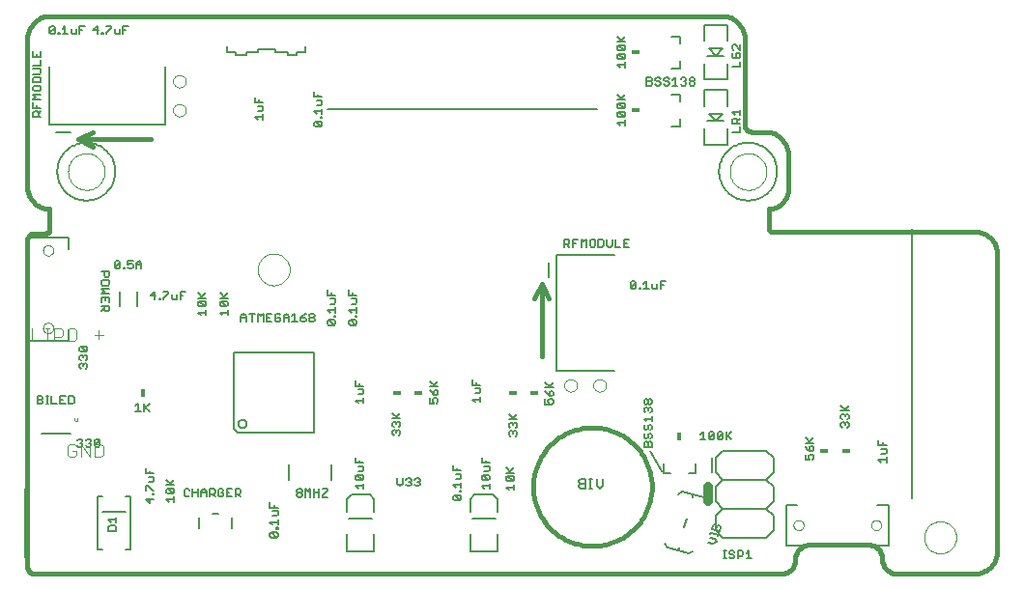
<source format=gto>
G75*
%MOIN*%
%OFA0B0*%
%FSLAX24Y24*%
%IPPOS*%
%LPD*%
%AMOC8*
5,1,8,0,0,1.08239X$1,22.5*
%
%ADD10C,0.0160*%
%ADD11C,0.0080*%
%ADD12C,0.0000*%
%ADD13C,0.0050*%
%ADD14C,0.0020*%
%ADD15C,0.0040*%
%ADD16C,0.0320*%
%ADD17R,0.0300X0.0180*%
%ADD18R,0.0180X0.0300*%
%ADD19C,0.0060*%
D10*
X007340Y002680D02*
X007340Y013930D01*
X007342Y013960D01*
X007347Y013990D01*
X007356Y014019D01*
X007369Y014046D01*
X007384Y014072D01*
X007403Y014096D01*
X007424Y014117D01*
X007448Y014136D01*
X007474Y014151D01*
X007501Y014164D01*
X007530Y014173D01*
X007560Y014178D01*
X007590Y014180D01*
X007990Y014180D01*
X008007Y014182D01*
X008024Y014186D01*
X008040Y014193D01*
X008054Y014203D01*
X008067Y014216D01*
X008077Y014230D01*
X008084Y014246D01*
X008088Y014263D01*
X008090Y014280D01*
X008090Y015028D01*
X008036Y015030D01*
X007983Y015036D01*
X007931Y015045D01*
X007879Y015058D01*
X007828Y015075D01*
X007778Y015096D01*
X007731Y015120D01*
X007685Y015147D01*
X007641Y015178D01*
X007599Y015211D01*
X007560Y015248D01*
X007523Y015287D01*
X007490Y015329D01*
X007459Y015373D01*
X007432Y015419D01*
X007408Y015466D01*
X007387Y015516D01*
X007370Y015567D01*
X007357Y015619D01*
X007348Y015671D01*
X007342Y015724D01*
X007340Y015778D01*
X007340Y020893D01*
X007342Y020947D01*
X007347Y021000D01*
X007356Y021053D01*
X007369Y021105D01*
X007385Y021157D01*
X007405Y021207D01*
X007428Y021255D01*
X007455Y021302D01*
X007484Y021347D01*
X007517Y021390D01*
X007552Y021430D01*
X007590Y021468D01*
X007630Y021503D01*
X007673Y021536D01*
X007718Y021565D01*
X007765Y021592D01*
X007813Y021615D01*
X007863Y021635D01*
X007915Y021651D01*
X007967Y021664D01*
X008020Y021673D01*
X008073Y021678D01*
X008127Y021680D01*
X031302Y021680D01*
X031356Y021678D01*
X031409Y021673D01*
X031462Y021664D01*
X031514Y021651D01*
X031566Y021635D01*
X031616Y021615D01*
X031664Y021592D01*
X031711Y021565D01*
X031756Y021536D01*
X031799Y021503D01*
X031839Y021468D01*
X031877Y021430D01*
X031912Y021390D01*
X031945Y021347D01*
X031974Y021302D01*
X032001Y021255D01*
X032024Y021207D01*
X032044Y021157D01*
X032060Y021105D01*
X032073Y021053D01*
X032082Y021000D01*
X032087Y020947D01*
X032089Y020893D01*
X032090Y020893D02*
X032090Y017930D01*
X032092Y017900D01*
X032097Y017870D01*
X032106Y017841D01*
X032119Y017814D01*
X032134Y017788D01*
X032153Y017764D01*
X032174Y017743D01*
X032198Y017724D01*
X032224Y017709D01*
X032251Y017696D01*
X032280Y017687D01*
X032310Y017682D01*
X032340Y017680D01*
X032802Y017680D01*
X032856Y017678D01*
X032909Y017673D01*
X032962Y017664D01*
X033014Y017651D01*
X033066Y017635D01*
X033116Y017615D01*
X033164Y017592D01*
X033211Y017565D01*
X033256Y017536D01*
X033299Y017503D01*
X033339Y017468D01*
X033377Y017430D01*
X033412Y017390D01*
X033445Y017347D01*
X033474Y017302D01*
X033501Y017255D01*
X033524Y017207D01*
X033544Y017157D01*
X033560Y017105D01*
X033573Y017053D01*
X033582Y017000D01*
X033587Y016947D01*
X033589Y016893D01*
X033590Y016893D02*
X033590Y015688D01*
X033589Y015688D02*
X033587Y015639D01*
X033582Y015590D01*
X033572Y015541D01*
X033560Y015494D01*
X033543Y015447D01*
X033524Y015402D01*
X033501Y015359D01*
X033474Y015317D01*
X033445Y015277D01*
X033413Y015240D01*
X033378Y015205D01*
X033341Y015173D01*
X033301Y015144D01*
X033260Y015117D01*
X033216Y015094D01*
X033171Y015075D01*
X033124Y015058D01*
X033077Y015046D01*
X033028Y015036D01*
X032979Y015031D01*
X032930Y015029D01*
X032930Y015028D02*
X032930Y014341D01*
X032932Y014324D01*
X032936Y014307D01*
X032943Y014291D01*
X032953Y014277D01*
X032966Y014264D01*
X032980Y014254D01*
X032996Y014247D01*
X033013Y014243D01*
X033030Y014241D01*
X040017Y014241D01*
X040071Y014239D01*
X040124Y014234D01*
X040177Y014225D01*
X040229Y014212D01*
X040281Y014196D01*
X040331Y014176D01*
X040379Y014153D01*
X040426Y014126D01*
X040471Y014097D01*
X040514Y014064D01*
X040554Y014029D01*
X040592Y013991D01*
X040627Y013951D01*
X040660Y013908D01*
X040689Y013863D01*
X040716Y013816D01*
X040739Y013768D01*
X040759Y013718D01*
X040775Y013666D01*
X040788Y013614D01*
X040797Y013561D01*
X040802Y013508D01*
X040804Y013454D01*
X040804Y003217D01*
X040802Y003163D01*
X040797Y003110D01*
X040788Y003057D01*
X040775Y003005D01*
X040759Y002953D01*
X040739Y002903D01*
X040716Y002855D01*
X040689Y002808D01*
X040660Y002763D01*
X040627Y002720D01*
X040592Y002680D01*
X040554Y002642D01*
X040514Y002607D01*
X040471Y002574D01*
X040426Y002545D01*
X040379Y002518D01*
X040331Y002495D01*
X040281Y002475D01*
X040229Y002459D01*
X040177Y002446D01*
X040124Y002437D01*
X040071Y002432D01*
X040017Y002430D01*
X037340Y002430D01*
X037296Y002432D01*
X037253Y002438D01*
X037211Y002447D01*
X037169Y002460D01*
X037129Y002477D01*
X037090Y002497D01*
X037053Y002520D01*
X037019Y002547D01*
X036986Y002576D01*
X036957Y002609D01*
X036930Y002643D01*
X036907Y002680D01*
X036887Y002719D01*
X036870Y002759D01*
X036857Y002801D01*
X036848Y002843D01*
X036842Y002886D01*
X036840Y002930D01*
X036838Y002974D01*
X036832Y003017D01*
X036823Y003059D01*
X036810Y003101D01*
X036793Y003141D01*
X036773Y003180D01*
X036750Y003217D01*
X036723Y003251D01*
X036694Y003284D01*
X036661Y003313D01*
X036627Y003340D01*
X036590Y003363D01*
X036551Y003383D01*
X036511Y003400D01*
X036469Y003413D01*
X036427Y003422D01*
X036384Y003428D01*
X036340Y003430D01*
X034340Y003430D01*
X034296Y003428D01*
X034253Y003422D01*
X034211Y003413D01*
X034169Y003400D01*
X034129Y003383D01*
X034090Y003363D01*
X034053Y003340D01*
X034019Y003313D01*
X033986Y003284D01*
X033957Y003251D01*
X033930Y003217D01*
X033907Y003180D01*
X033887Y003141D01*
X033870Y003101D01*
X033857Y003059D01*
X033848Y003017D01*
X033842Y002974D01*
X033840Y002930D01*
X033838Y002886D01*
X033832Y002843D01*
X033823Y002801D01*
X033810Y002759D01*
X033793Y002719D01*
X033773Y002680D01*
X033750Y002643D01*
X033723Y002609D01*
X033694Y002576D01*
X033661Y002547D01*
X033627Y002520D01*
X033590Y002497D01*
X033551Y002477D01*
X033511Y002460D01*
X033469Y002447D01*
X033427Y002438D01*
X033384Y002432D01*
X033340Y002430D01*
X007590Y002430D01*
X007560Y002432D01*
X007530Y002437D01*
X007501Y002446D01*
X007474Y002459D01*
X007448Y002474D01*
X007424Y002493D01*
X007403Y002514D01*
X007384Y002538D01*
X007369Y002564D01*
X007356Y002591D01*
X007347Y002620D01*
X007342Y002650D01*
X007340Y002680D01*
X009590Y017180D02*
X009090Y017430D01*
X009590Y017680D01*
X009090Y017430D02*
X011590Y017430D01*
X024840Y011930D02*
X025090Y012430D01*
X025340Y011930D01*
X025090Y012430D02*
X025090Y009930D01*
X024793Y005430D02*
X024795Y005520D01*
X024801Y005610D01*
X024811Y005699D01*
X024825Y005788D01*
X024842Y005876D01*
X024864Y005963D01*
X024889Y006050D01*
X024918Y006135D01*
X024951Y006219D01*
X024987Y006301D01*
X025027Y006381D01*
X025071Y006460D01*
X025118Y006537D01*
X025168Y006611D01*
X025222Y006684D01*
X025278Y006753D01*
X025338Y006821D01*
X025401Y006885D01*
X025466Y006947D01*
X025534Y007006D01*
X025604Y007062D01*
X025677Y007115D01*
X025752Y007164D01*
X025830Y007210D01*
X025909Y007253D01*
X025990Y007292D01*
X026072Y007328D01*
X026156Y007359D01*
X026242Y007388D01*
X026328Y007412D01*
X026416Y007433D01*
X026504Y007449D01*
X026593Y007462D01*
X026683Y007471D01*
X026773Y007476D01*
X026862Y007477D01*
X026952Y007474D01*
X027042Y007467D01*
X027131Y007456D01*
X027220Y007441D01*
X027308Y007423D01*
X027395Y007400D01*
X027481Y007374D01*
X027566Y007344D01*
X027649Y007310D01*
X027731Y007273D01*
X027811Y007232D01*
X027889Y007188D01*
X027966Y007140D01*
X028040Y007089D01*
X028111Y007034D01*
X028180Y006977D01*
X028247Y006917D01*
X028311Y006853D01*
X028372Y006787D01*
X028430Y006719D01*
X028485Y006648D01*
X028537Y006574D01*
X028586Y006499D01*
X028631Y006421D01*
X028673Y006341D01*
X028711Y006260D01*
X028746Y006177D01*
X028777Y006092D01*
X028804Y006007D01*
X028828Y005920D01*
X028847Y005832D01*
X028863Y005744D01*
X028875Y005654D01*
X028883Y005565D01*
X028887Y005475D01*
X028887Y005385D01*
X028883Y005295D01*
X028875Y005206D01*
X028863Y005116D01*
X028847Y005028D01*
X028828Y004940D01*
X028804Y004853D01*
X028777Y004768D01*
X028746Y004683D01*
X028711Y004600D01*
X028673Y004519D01*
X028631Y004439D01*
X028586Y004361D01*
X028537Y004286D01*
X028485Y004212D01*
X028430Y004141D01*
X028372Y004073D01*
X028311Y004007D01*
X028247Y003943D01*
X028180Y003883D01*
X028111Y003826D01*
X028040Y003771D01*
X027966Y003720D01*
X027889Y003672D01*
X027811Y003628D01*
X027731Y003587D01*
X027649Y003550D01*
X027566Y003516D01*
X027481Y003486D01*
X027395Y003460D01*
X027308Y003437D01*
X027220Y003419D01*
X027131Y003404D01*
X027042Y003393D01*
X026952Y003386D01*
X026862Y003383D01*
X026773Y003384D01*
X026683Y003389D01*
X026593Y003398D01*
X026504Y003411D01*
X026416Y003427D01*
X026328Y003448D01*
X026242Y003472D01*
X026156Y003501D01*
X026072Y003532D01*
X025990Y003568D01*
X025909Y003607D01*
X025830Y003650D01*
X025752Y003696D01*
X025677Y003745D01*
X025604Y003798D01*
X025534Y003854D01*
X025466Y003913D01*
X025401Y003975D01*
X025338Y004039D01*
X025278Y004107D01*
X025222Y004176D01*
X025168Y004249D01*
X025118Y004323D01*
X025071Y004400D01*
X025027Y004479D01*
X024987Y004559D01*
X024951Y004641D01*
X024918Y004725D01*
X024889Y004810D01*
X024864Y004897D01*
X024842Y004984D01*
X024825Y005072D01*
X024811Y005161D01*
X024801Y005250D01*
X024795Y005340D01*
X024793Y005430D01*
D11*
X023562Y005007D02*
X023562Y004574D01*
X023562Y005007D02*
X023405Y005164D01*
X022775Y005164D01*
X022617Y005007D01*
X022617Y004574D01*
X022617Y003786D02*
X022617Y003196D01*
X023562Y003196D01*
X023562Y003786D01*
X026372Y005423D02*
X026426Y005370D01*
X026586Y005370D01*
X026586Y005690D01*
X026426Y005690D01*
X026372Y005637D01*
X026372Y005584D01*
X026426Y005530D01*
X026586Y005530D01*
X026426Y005530D02*
X026372Y005477D01*
X026372Y005423D01*
X026724Y005370D02*
X026831Y005370D01*
X026778Y005370D02*
X026778Y005690D01*
X026831Y005690D02*
X026724Y005690D01*
X026986Y005690D02*
X026986Y005477D01*
X027093Y005370D01*
X027200Y005477D01*
X027200Y005690D01*
X028840Y006680D02*
X029240Y005980D01*
X029288Y005904D02*
X029288Y006219D01*
X029288Y005904D02*
X029525Y005904D01*
X030155Y005904D02*
X030391Y005904D01*
X030391Y006219D01*
X030958Y006430D02*
X030958Y005930D01*
X031090Y005930D02*
X031340Y005680D01*
X032840Y005680D01*
X033090Y005430D01*
X033090Y004930D01*
X032840Y004680D01*
X031340Y004680D01*
X031090Y004430D01*
X031090Y003930D01*
X031340Y003680D01*
X032840Y003680D01*
X033090Y003930D01*
X033090Y004430D01*
X032840Y004680D01*
X032840Y005680D02*
X033090Y005930D01*
X033090Y006430D01*
X032840Y006680D01*
X031340Y006680D01*
X031090Y006430D01*
X031090Y005930D01*
X031340Y005680D02*
X031090Y005430D01*
X031090Y004930D01*
X031340Y004680D01*
X030766Y004918D02*
X030688Y005053D01*
X030311Y005154D01*
X029935Y005255D01*
X029800Y005177D01*
X030285Y005057D02*
X030311Y005154D01*
X030091Y004333D02*
X030014Y004043D01*
X029820Y003319D02*
X029794Y003222D01*
X030170Y003121D01*
X030305Y003199D01*
X029794Y003222D02*
X029417Y003323D01*
X029339Y003458D01*
X019312Y003196D02*
X018367Y003196D01*
X018367Y003786D01*
X018367Y004574D02*
X018367Y005007D01*
X018525Y005164D01*
X019155Y005164D01*
X019312Y005007D01*
X019312Y004574D01*
X019312Y003786D02*
X019312Y003196D01*
X017826Y005678D02*
X017826Y006190D01*
X016350Y006190D02*
X016350Y005678D01*
X014400Y004349D02*
X014400Y004011D01*
X013945Y004499D02*
X013734Y004499D01*
X013280Y004349D02*
X013280Y004011D01*
X010910Y003274D02*
X010733Y003274D01*
X010910Y003274D02*
X010910Y005086D01*
X010733Y005086D01*
X009946Y005086D02*
X009769Y005086D01*
X009769Y003274D01*
X009946Y003274D01*
X009946Y004574D02*
X010733Y004574D01*
X010540Y011680D02*
X010540Y012180D01*
X011140Y012180D02*
X011140Y011680D01*
X008840Y017680D02*
X008340Y017680D01*
X025340Y013180D02*
X025340Y012680D01*
X030696Y017235D02*
X030696Y017786D01*
X030814Y018062D02*
X031090Y018062D01*
X030853Y018298D01*
X031326Y018298D01*
X031090Y018062D01*
X031365Y018062D01*
X031483Y017786D02*
X031483Y017235D01*
X030696Y017235D01*
X029865Y017879D02*
X029550Y017879D01*
X029865Y017879D02*
X029865Y018115D01*
X029865Y018745D02*
X029865Y018981D01*
X029550Y018981D01*
X029550Y019879D02*
X029865Y019879D01*
X029865Y020115D01*
X029865Y020745D02*
X029865Y020981D01*
X029550Y020981D01*
X030696Y020824D02*
X030696Y021375D01*
X031483Y021375D01*
X031483Y020824D01*
X031326Y020548D02*
X031090Y020312D01*
X030853Y020548D01*
X031326Y020548D01*
X031365Y020312D02*
X031090Y020312D01*
X030814Y020312D01*
X030696Y020036D02*
X030696Y019485D01*
X031483Y019485D01*
X031483Y020036D01*
X031483Y019125D02*
X030696Y019125D01*
X030696Y018574D01*
X031483Y018574D02*
X031483Y019125D01*
D12*
X031582Y016308D02*
X031584Y016358D01*
X031590Y016408D01*
X031600Y016457D01*
X031614Y016505D01*
X031631Y016552D01*
X031652Y016597D01*
X031677Y016641D01*
X031705Y016682D01*
X031737Y016721D01*
X031771Y016758D01*
X031808Y016792D01*
X031848Y016822D01*
X031890Y016849D01*
X031934Y016873D01*
X031980Y016894D01*
X032027Y016910D01*
X032075Y016923D01*
X032125Y016932D01*
X032174Y016937D01*
X032225Y016938D01*
X032275Y016935D01*
X032324Y016928D01*
X032373Y016917D01*
X032421Y016902D01*
X032467Y016884D01*
X032512Y016862D01*
X032555Y016836D01*
X032596Y016807D01*
X032635Y016775D01*
X032671Y016740D01*
X032703Y016702D01*
X032733Y016662D01*
X032760Y016619D01*
X032783Y016575D01*
X032802Y016529D01*
X032818Y016481D01*
X032830Y016432D01*
X032838Y016383D01*
X032842Y016333D01*
X032842Y016283D01*
X032838Y016233D01*
X032830Y016184D01*
X032818Y016135D01*
X032802Y016087D01*
X032783Y016041D01*
X032760Y015997D01*
X032733Y015954D01*
X032703Y015914D01*
X032671Y015876D01*
X032635Y015841D01*
X032596Y015809D01*
X032555Y015780D01*
X032512Y015754D01*
X032467Y015732D01*
X032421Y015714D01*
X032373Y015699D01*
X032324Y015688D01*
X032275Y015681D01*
X032225Y015678D01*
X032174Y015679D01*
X032125Y015684D01*
X032075Y015693D01*
X032027Y015706D01*
X031980Y015722D01*
X031934Y015743D01*
X031890Y015767D01*
X031848Y015794D01*
X031808Y015824D01*
X031771Y015858D01*
X031737Y015895D01*
X031705Y015934D01*
X031677Y015975D01*
X031652Y016019D01*
X031631Y016064D01*
X031614Y016111D01*
X031600Y016159D01*
X031590Y016208D01*
X031584Y016258D01*
X031582Y016308D01*
X026873Y008930D02*
X026875Y008959D01*
X026881Y008987D01*
X026890Y009015D01*
X026903Y009041D01*
X026920Y009064D01*
X026939Y009086D01*
X026961Y009105D01*
X026986Y009120D01*
X027012Y009133D01*
X027040Y009141D01*
X027068Y009146D01*
X027097Y009147D01*
X027126Y009144D01*
X027154Y009137D01*
X027181Y009127D01*
X027207Y009113D01*
X027230Y009096D01*
X027251Y009076D01*
X027269Y009053D01*
X027284Y009028D01*
X027295Y009001D01*
X027303Y008973D01*
X027307Y008944D01*
X027307Y008916D01*
X027303Y008887D01*
X027295Y008859D01*
X027284Y008832D01*
X027269Y008807D01*
X027251Y008784D01*
X027230Y008764D01*
X027207Y008747D01*
X027181Y008733D01*
X027154Y008723D01*
X027126Y008716D01*
X027097Y008713D01*
X027068Y008714D01*
X027040Y008719D01*
X027012Y008727D01*
X026986Y008740D01*
X026961Y008755D01*
X026939Y008774D01*
X026920Y008796D01*
X026903Y008819D01*
X026890Y008845D01*
X026881Y008873D01*
X026875Y008901D01*
X026873Y008930D01*
X025873Y008930D02*
X025875Y008959D01*
X025881Y008987D01*
X025890Y009015D01*
X025903Y009041D01*
X025920Y009064D01*
X025939Y009086D01*
X025961Y009105D01*
X025986Y009120D01*
X026012Y009133D01*
X026040Y009141D01*
X026068Y009146D01*
X026097Y009147D01*
X026126Y009144D01*
X026154Y009137D01*
X026181Y009127D01*
X026207Y009113D01*
X026230Y009096D01*
X026251Y009076D01*
X026269Y009053D01*
X026284Y009028D01*
X026295Y009001D01*
X026303Y008973D01*
X026307Y008944D01*
X026307Y008916D01*
X026303Y008887D01*
X026295Y008859D01*
X026284Y008832D01*
X026269Y008807D01*
X026251Y008784D01*
X026230Y008764D01*
X026207Y008747D01*
X026181Y008733D01*
X026154Y008723D01*
X026126Y008716D01*
X026097Y008713D01*
X026068Y008714D01*
X026040Y008719D01*
X026012Y008727D01*
X025986Y008740D01*
X025961Y008755D01*
X025939Y008774D01*
X025920Y008796D01*
X025903Y008819D01*
X025890Y008845D01*
X025881Y008873D01*
X025875Y008901D01*
X025873Y008930D01*
X033777Y004103D02*
X033779Y004129D01*
X033785Y004155D01*
X033795Y004180D01*
X033808Y004203D01*
X033824Y004223D01*
X033844Y004241D01*
X033866Y004256D01*
X033889Y004268D01*
X033915Y004276D01*
X033941Y004280D01*
X033967Y004280D01*
X033993Y004276D01*
X034019Y004268D01*
X034043Y004256D01*
X034064Y004241D01*
X034084Y004223D01*
X034100Y004203D01*
X034113Y004180D01*
X034123Y004155D01*
X034129Y004129D01*
X034131Y004103D01*
X034129Y004077D01*
X034123Y004051D01*
X034113Y004026D01*
X034100Y004003D01*
X034084Y003983D01*
X034064Y003965D01*
X034042Y003950D01*
X034019Y003938D01*
X033993Y003930D01*
X033967Y003926D01*
X033941Y003926D01*
X033915Y003930D01*
X033889Y003938D01*
X033865Y003950D01*
X033844Y003965D01*
X033824Y003983D01*
X033808Y004003D01*
X033795Y004026D01*
X033785Y004051D01*
X033779Y004077D01*
X033777Y004103D01*
X036454Y004103D02*
X036456Y004129D01*
X036462Y004155D01*
X036472Y004180D01*
X036485Y004203D01*
X036501Y004223D01*
X036521Y004241D01*
X036543Y004256D01*
X036566Y004268D01*
X036592Y004276D01*
X036618Y004280D01*
X036644Y004280D01*
X036670Y004276D01*
X036696Y004268D01*
X036720Y004256D01*
X036741Y004241D01*
X036761Y004223D01*
X036777Y004203D01*
X036790Y004180D01*
X036800Y004155D01*
X036806Y004129D01*
X036808Y004103D01*
X036806Y004077D01*
X036800Y004051D01*
X036790Y004026D01*
X036777Y004003D01*
X036761Y003983D01*
X036741Y003965D01*
X036719Y003950D01*
X036696Y003938D01*
X036670Y003930D01*
X036644Y003926D01*
X036618Y003926D01*
X036592Y003930D01*
X036566Y003938D01*
X036542Y003950D01*
X036521Y003965D01*
X036501Y003983D01*
X036485Y004003D01*
X036472Y004026D01*
X036462Y004051D01*
X036456Y004077D01*
X036454Y004103D01*
X038289Y003680D02*
X038291Y003727D01*
X038297Y003773D01*
X038307Y003819D01*
X038320Y003864D01*
X038338Y003907D01*
X038359Y003949D01*
X038383Y003989D01*
X038411Y004026D01*
X038442Y004061D01*
X038476Y004094D01*
X038512Y004123D01*
X038551Y004149D01*
X038592Y004172D01*
X038635Y004191D01*
X038679Y004207D01*
X038724Y004219D01*
X038770Y004227D01*
X038817Y004231D01*
X038863Y004231D01*
X038910Y004227D01*
X038956Y004219D01*
X039001Y004207D01*
X039045Y004191D01*
X039088Y004172D01*
X039129Y004149D01*
X039168Y004123D01*
X039204Y004094D01*
X039238Y004061D01*
X039269Y004026D01*
X039297Y003989D01*
X039321Y003949D01*
X039342Y003907D01*
X039360Y003864D01*
X039373Y003819D01*
X039383Y003773D01*
X039389Y003727D01*
X039391Y003680D01*
X039389Y003633D01*
X039383Y003587D01*
X039373Y003541D01*
X039360Y003496D01*
X039342Y003453D01*
X039321Y003411D01*
X039297Y003371D01*
X039269Y003334D01*
X039238Y003299D01*
X039204Y003266D01*
X039168Y003237D01*
X039129Y003211D01*
X039088Y003188D01*
X039045Y003169D01*
X039001Y003153D01*
X038956Y003141D01*
X038910Y003133D01*
X038863Y003129D01*
X038817Y003129D01*
X038770Y003133D01*
X038724Y003141D01*
X038679Y003153D01*
X038635Y003169D01*
X038592Y003188D01*
X038551Y003211D01*
X038512Y003237D01*
X038476Y003266D01*
X038442Y003299D01*
X038411Y003334D01*
X038383Y003371D01*
X038359Y003411D01*
X038338Y003453D01*
X038320Y003496D01*
X038307Y003541D01*
X038297Y003587D01*
X038291Y003633D01*
X038289Y003680D01*
X015289Y012930D02*
X015291Y012977D01*
X015297Y013023D01*
X015307Y013069D01*
X015320Y013114D01*
X015338Y013157D01*
X015359Y013199D01*
X015383Y013239D01*
X015411Y013276D01*
X015442Y013311D01*
X015476Y013344D01*
X015512Y013373D01*
X015551Y013399D01*
X015592Y013422D01*
X015635Y013441D01*
X015679Y013457D01*
X015724Y013469D01*
X015770Y013477D01*
X015817Y013481D01*
X015863Y013481D01*
X015910Y013477D01*
X015956Y013469D01*
X016001Y013457D01*
X016045Y013441D01*
X016088Y013422D01*
X016129Y013399D01*
X016168Y013373D01*
X016204Y013344D01*
X016238Y013311D01*
X016269Y013276D01*
X016297Y013239D01*
X016321Y013199D01*
X016342Y013157D01*
X016360Y013114D01*
X016373Y013069D01*
X016383Y013023D01*
X016389Y012977D01*
X016391Y012930D01*
X016389Y012883D01*
X016383Y012837D01*
X016373Y012791D01*
X016360Y012746D01*
X016342Y012703D01*
X016321Y012661D01*
X016297Y012621D01*
X016269Y012584D01*
X016238Y012549D01*
X016204Y012516D01*
X016168Y012487D01*
X016129Y012461D01*
X016088Y012438D01*
X016045Y012419D01*
X016001Y012403D01*
X015956Y012391D01*
X015910Y012383D01*
X015863Y012379D01*
X015817Y012379D01*
X015770Y012383D01*
X015724Y012391D01*
X015679Y012403D01*
X015635Y012419D01*
X015592Y012438D01*
X015551Y012461D01*
X015512Y012487D01*
X015476Y012516D01*
X015442Y012549D01*
X015411Y012584D01*
X015383Y012621D01*
X015359Y012661D01*
X015338Y012703D01*
X015320Y012746D01*
X015307Y012791D01*
X015297Y012837D01*
X015291Y012883D01*
X015289Y012930D01*
X012373Y018430D02*
X012375Y018459D01*
X012381Y018487D01*
X012390Y018515D01*
X012403Y018541D01*
X012420Y018564D01*
X012439Y018586D01*
X012461Y018605D01*
X012486Y018620D01*
X012512Y018633D01*
X012540Y018641D01*
X012568Y018646D01*
X012597Y018647D01*
X012626Y018644D01*
X012654Y018637D01*
X012681Y018627D01*
X012707Y018613D01*
X012730Y018596D01*
X012751Y018576D01*
X012769Y018553D01*
X012784Y018528D01*
X012795Y018501D01*
X012803Y018473D01*
X012807Y018444D01*
X012807Y018416D01*
X012803Y018387D01*
X012795Y018359D01*
X012784Y018332D01*
X012769Y018307D01*
X012751Y018284D01*
X012730Y018264D01*
X012707Y018247D01*
X012681Y018233D01*
X012654Y018223D01*
X012626Y018216D01*
X012597Y018213D01*
X012568Y018214D01*
X012540Y018219D01*
X012512Y018227D01*
X012486Y018240D01*
X012461Y018255D01*
X012439Y018274D01*
X012420Y018296D01*
X012403Y018319D01*
X012390Y018345D01*
X012381Y018373D01*
X012375Y018401D01*
X012373Y018430D01*
X012373Y019430D02*
X012375Y019459D01*
X012381Y019487D01*
X012390Y019515D01*
X012403Y019541D01*
X012420Y019564D01*
X012439Y019586D01*
X012461Y019605D01*
X012486Y019620D01*
X012512Y019633D01*
X012540Y019641D01*
X012568Y019646D01*
X012597Y019647D01*
X012626Y019644D01*
X012654Y019637D01*
X012681Y019627D01*
X012707Y019613D01*
X012730Y019596D01*
X012751Y019576D01*
X012769Y019553D01*
X012784Y019528D01*
X012795Y019501D01*
X012803Y019473D01*
X012807Y019444D01*
X012807Y019416D01*
X012803Y019387D01*
X012795Y019359D01*
X012784Y019332D01*
X012769Y019307D01*
X012751Y019284D01*
X012730Y019264D01*
X012707Y019247D01*
X012681Y019233D01*
X012654Y019223D01*
X012626Y019216D01*
X012597Y019213D01*
X012568Y019214D01*
X012540Y019219D01*
X012512Y019227D01*
X012486Y019240D01*
X012461Y019255D01*
X012439Y019274D01*
X012420Y019296D01*
X012403Y019319D01*
X012390Y019345D01*
X012381Y019373D01*
X012375Y019401D01*
X012373Y019430D01*
X008747Y016308D02*
X008749Y016358D01*
X008755Y016408D01*
X008765Y016457D01*
X008779Y016505D01*
X008796Y016552D01*
X008817Y016597D01*
X008842Y016641D01*
X008870Y016682D01*
X008902Y016721D01*
X008936Y016758D01*
X008973Y016792D01*
X009013Y016822D01*
X009055Y016849D01*
X009099Y016873D01*
X009145Y016894D01*
X009192Y016910D01*
X009240Y016923D01*
X009290Y016932D01*
X009339Y016937D01*
X009390Y016938D01*
X009440Y016935D01*
X009489Y016928D01*
X009538Y016917D01*
X009586Y016902D01*
X009632Y016884D01*
X009677Y016862D01*
X009720Y016836D01*
X009761Y016807D01*
X009800Y016775D01*
X009836Y016740D01*
X009868Y016702D01*
X009898Y016662D01*
X009925Y016619D01*
X009948Y016575D01*
X009967Y016529D01*
X009983Y016481D01*
X009995Y016432D01*
X010003Y016383D01*
X010007Y016333D01*
X010007Y016283D01*
X010003Y016233D01*
X009995Y016184D01*
X009983Y016135D01*
X009967Y016087D01*
X009948Y016041D01*
X009925Y015997D01*
X009898Y015954D01*
X009868Y015914D01*
X009836Y015876D01*
X009800Y015841D01*
X009761Y015809D01*
X009720Y015780D01*
X009677Y015754D01*
X009632Y015732D01*
X009586Y015714D01*
X009538Y015699D01*
X009489Y015688D01*
X009440Y015681D01*
X009390Y015678D01*
X009339Y015679D01*
X009290Y015684D01*
X009240Y015693D01*
X009192Y015706D01*
X009145Y015722D01*
X009099Y015743D01*
X009055Y015767D01*
X009013Y015794D01*
X008973Y015824D01*
X008936Y015858D01*
X008902Y015895D01*
X008870Y015934D01*
X008842Y015975D01*
X008817Y016019D01*
X008796Y016064D01*
X008779Y016111D01*
X008765Y016159D01*
X008755Y016208D01*
X008749Y016258D01*
X008747Y016308D01*
X007880Y013587D02*
X007882Y013613D01*
X007888Y013639D01*
X007898Y013664D01*
X007911Y013687D01*
X007927Y013707D01*
X007947Y013725D01*
X007969Y013740D01*
X007992Y013752D01*
X008018Y013760D01*
X008044Y013764D01*
X008070Y013764D01*
X008096Y013760D01*
X008122Y013752D01*
X008146Y013740D01*
X008167Y013725D01*
X008187Y013707D01*
X008203Y013687D01*
X008216Y013664D01*
X008226Y013639D01*
X008232Y013613D01*
X008234Y013587D01*
X008232Y013561D01*
X008226Y013535D01*
X008216Y013510D01*
X008203Y013487D01*
X008187Y013467D01*
X008167Y013449D01*
X008145Y013434D01*
X008122Y013422D01*
X008096Y013414D01*
X008070Y013410D01*
X008044Y013410D01*
X008018Y013414D01*
X007992Y013422D01*
X007968Y013434D01*
X007947Y013449D01*
X007927Y013467D01*
X007911Y013487D01*
X007898Y013510D01*
X007888Y013535D01*
X007882Y013561D01*
X007880Y013587D01*
X007880Y010910D02*
X007882Y010936D01*
X007888Y010962D01*
X007898Y010987D01*
X007911Y011010D01*
X007927Y011030D01*
X007947Y011048D01*
X007969Y011063D01*
X007992Y011075D01*
X008018Y011083D01*
X008044Y011087D01*
X008070Y011087D01*
X008096Y011083D01*
X008122Y011075D01*
X008146Y011063D01*
X008167Y011048D01*
X008187Y011030D01*
X008203Y011010D01*
X008216Y010987D01*
X008226Y010962D01*
X008232Y010936D01*
X008234Y010910D01*
X008232Y010884D01*
X008226Y010858D01*
X008216Y010833D01*
X008203Y010810D01*
X008187Y010790D01*
X008167Y010772D01*
X008145Y010757D01*
X008122Y010745D01*
X008096Y010737D01*
X008070Y010733D01*
X008044Y010733D01*
X008018Y010737D01*
X007992Y010745D01*
X007968Y010757D01*
X007947Y010772D01*
X007927Y010790D01*
X007911Y010810D01*
X007898Y010833D01*
X007888Y010858D01*
X007882Y010884D01*
X007880Y010910D01*
D13*
X007349Y010476D02*
X008766Y010476D01*
X008766Y010870D01*
X009189Y010274D02*
X009370Y010094D01*
X009415Y010139D01*
X009415Y010229D01*
X009370Y010274D01*
X009189Y010274D01*
X009144Y010229D01*
X009144Y010139D01*
X009189Y010094D01*
X009370Y010094D01*
X009370Y009980D02*
X009415Y009935D01*
X009415Y009845D01*
X009370Y009800D01*
X009370Y009685D02*
X009415Y009640D01*
X009415Y009550D01*
X009370Y009505D01*
X009279Y009595D02*
X009279Y009640D01*
X009324Y009685D01*
X009370Y009685D01*
X009279Y009640D02*
X009234Y009685D01*
X009189Y009685D01*
X009144Y009640D01*
X009144Y009550D01*
X009189Y009505D01*
X009189Y009800D02*
X009144Y009845D01*
X009144Y009935D01*
X009189Y009980D01*
X009234Y009980D01*
X009279Y009935D01*
X009324Y009980D01*
X009370Y009980D01*
X009279Y009935D02*
X009279Y009890D01*
X008905Y008555D02*
X008770Y008555D01*
X008770Y008285D01*
X008905Y008285D01*
X008950Y008330D01*
X008950Y008510D01*
X008905Y008555D01*
X008655Y008555D02*
X008475Y008555D01*
X008475Y008285D01*
X008655Y008285D01*
X008565Y008420D02*
X008475Y008420D01*
X008361Y008285D02*
X008181Y008285D01*
X008181Y008555D01*
X008074Y008555D02*
X007984Y008555D01*
X008029Y008555D02*
X008029Y008285D01*
X007984Y008285D02*
X008074Y008285D01*
X007870Y008330D02*
X007825Y008285D01*
X007690Y008285D01*
X007690Y008555D01*
X007825Y008555D01*
X007870Y008510D01*
X007870Y008465D01*
X007825Y008420D01*
X007690Y008420D01*
X007825Y008420D02*
X007870Y008375D01*
X007870Y008330D01*
X007840Y007280D02*
X008840Y007280D01*
X009065Y007030D02*
X009110Y007075D01*
X009200Y007075D01*
X009245Y007030D01*
X009245Y006985D01*
X009200Y006940D01*
X009245Y006895D01*
X009245Y006850D01*
X009200Y006805D01*
X009110Y006805D01*
X009065Y006850D01*
X009155Y006940D02*
X009200Y006940D01*
X009359Y006850D02*
X009404Y006805D01*
X009494Y006805D01*
X009539Y006850D01*
X009539Y006895D01*
X009494Y006940D01*
X009449Y006940D01*
X009494Y006940D02*
X009539Y006985D01*
X009539Y007030D01*
X009494Y007075D01*
X009404Y007075D01*
X009359Y007030D01*
X009654Y007030D02*
X009654Y006850D01*
X009834Y007030D01*
X009834Y006850D01*
X009789Y006805D01*
X009699Y006805D01*
X009654Y006850D01*
X009654Y007030D02*
X009699Y007075D01*
X009789Y007075D01*
X009834Y007030D01*
X011075Y008035D02*
X011255Y008035D01*
X011165Y008035D02*
X011165Y008305D01*
X011075Y008215D01*
X011370Y008125D02*
X011550Y008305D01*
X011370Y008305D02*
X011370Y008035D01*
X011415Y008170D02*
X011550Y008035D01*
X011444Y006066D02*
X011444Y005886D01*
X011715Y005886D01*
X011715Y005772D02*
X011534Y005772D01*
X011579Y005886D02*
X011579Y005976D01*
X011715Y005772D02*
X011715Y005637D01*
X011670Y005592D01*
X011534Y005592D01*
X011489Y005477D02*
X011670Y005297D01*
X011715Y005297D01*
X011715Y005195D02*
X011715Y005150D01*
X011670Y005150D01*
X011670Y005195D01*
X011715Y005195D01*
X011715Y004990D02*
X011444Y004990D01*
X011579Y004855D01*
X011579Y005035D01*
X011444Y005297D02*
X011444Y005477D01*
X011489Y005477D01*
X012144Y005494D02*
X012415Y005494D01*
X012324Y005494D02*
X012144Y005674D01*
X012279Y005539D02*
X012415Y005674D01*
X012370Y005380D02*
X012415Y005335D01*
X012415Y005245D01*
X012370Y005200D01*
X012189Y005380D01*
X012370Y005380D01*
X012370Y005200D02*
X012189Y005200D01*
X012144Y005245D01*
X012144Y005335D01*
X012189Y005380D01*
X012415Y005085D02*
X012415Y004905D01*
X012415Y004995D02*
X012144Y004995D01*
X012234Y004905D01*
X012752Y005130D02*
X012797Y005085D01*
X012887Y005085D01*
X012932Y005130D01*
X013047Y005085D02*
X013047Y005355D01*
X012932Y005310D02*
X012887Y005355D01*
X012797Y005355D01*
X012752Y005310D01*
X012752Y005130D01*
X013047Y005220D02*
X013227Y005220D01*
X013341Y005220D02*
X013521Y005220D01*
X013521Y005265D02*
X013521Y005085D01*
X013636Y005085D02*
X013636Y005355D01*
X013771Y005355D01*
X013816Y005310D01*
X013816Y005220D01*
X013771Y005175D01*
X013636Y005175D01*
X013726Y005175D02*
X013816Y005085D01*
X013931Y005130D02*
X013976Y005085D01*
X014066Y005085D01*
X014111Y005130D01*
X014111Y005220D01*
X014021Y005220D01*
X014111Y005310D02*
X014066Y005355D01*
X013976Y005355D01*
X013931Y005310D01*
X013931Y005130D01*
X014225Y005085D02*
X014405Y005085D01*
X014520Y005085D02*
X014520Y005355D01*
X014655Y005355D01*
X014700Y005310D01*
X014700Y005220D01*
X014655Y005175D01*
X014520Y005175D01*
X014610Y005175D02*
X014700Y005085D01*
X014405Y005355D02*
X014225Y005355D01*
X014225Y005085D01*
X014225Y005220D02*
X014315Y005220D01*
X013521Y005265D02*
X013431Y005355D01*
X013341Y005265D01*
X013341Y005085D01*
X013227Y005085D02*
X013227Y005355D01*
X015714Y004891D02*
X015714Y004710D01*
X015985Y004710D01*
X015985Y004596D02*
X015804Y004596D01*
X015849Y004710D02*
X015849Y004800D01*
X015985Y004596D02*
X015985Y004461D01*
X015940Y004416D01*
X015804Y004416D01*
X015985Y004301D02*
X015985Y004121D01*
X015985Y004211D02*
X015714Y004211D01*
X015804Y004121D01*
X015940Y004019D02*
X015985Y004019D01*
X015985Y003974D01*
X015940Y003974D01*
X015940Y004019D01*
X015940Y003859D02*
X015985Y003814D01*
X015985Y003724D01*
X015940Y003679D01*
X015759Y003859D01*
X015940Y003859D01*
X015940Y003679D02*
X015759Y003679D01*
X015714Y003724D01*
X015714Y003814D01*
X015759Y003859D01*
X016685Y005080D02*
X016640Y005125D01*
X016640Y005170D01*
X016685Y005215D01*
X016775Y005215D01*
X016820Y005170D01*
X016820Y005125D01*
X016775Y005080D01*
X016685Y005080D01*
X016685Y005215D02*
X016640Y005260D01*
X016640Y005305D01*
X016685Y005350D01*
X016775Y005350D01*
X016820Y005305D01*
X016820Y005260D01*
X016775Y005215D01*
X016934Y005080D02*
X016934Y005350D01*
X017024Y005260D01*
X017114Y005350D01*
X017114Y005080D01*
X017229Y005080D02*
X017229Y005350D01*
X017229Y005215D02*
X017409Y005215D01*
X017409Y005350D02*
X017409Y005080D01*
X017524Y005080D02*
X017704Y005080D01*
X017524Y005080D02*
X017524Y005125D01*
X017704Y005305D01*
X017704Y005350D01*
X017524Y005350D01*
X018670Y005456D02*
X018760Y005366D01*
X018670Y005456D02*
X018940Y005456D01*
X018940Y005366D02*
X018940Y005546D01*
X018895Y005660D02*
X018715Y005840D01*
X018895Y005840D01*
X018940Y005795D01*
X018940Y005705D01*
X018895Y005660D01*
X018715Y005660D01*
X018670Y005705D01*
X018670Y005795D01*
X018715Y005840D01*
X018760Y005955D02*
X018895Y005955D01*
X018940Y006000D01*
X018940Y006135D01*
X018760Y006135D01*
X018805Y006250D02*
X018805Y006340D01*
X018670Y006250D02*
X018670Y006430D01*
X018670Y006250D02*
X018940Y006250D01*
X020115Y005725D02*
X020115Y005545D01*
X020205Y005455D01*
X020295Y005545D01*
X020295Y005725D01*
X020409Y005680D02*
X020454Y005725D01*
X020544Y005725D01*
X020589Y005680D01*
X020589Y005635D01*
X020544Y005590D01*
X020589Y005545D01*
X020589Y005500D01*
X020544Y005455D01*
X020454Y005455D01*
X020409Y005500D01*
X020499Y005590D02*
X020544Y005590D01*
X020704Y005500D02*
X020749Y005455D01*
X020839Y005455D01*
X020884Y005500D01*
X020884Y005545D01*
X020839Y005590D01*
X020794Y005590D01*
X020839Y005590D02*
X020884Y005635D01*
X020884Y005680D01*
X020839Y005725D01*
X020749Y005725D01*
X020704Y005680D01*
X022044Y005487D02*
X022134Y005397D01*
X022044Y005487D02*
X022315Y005487D01*
X022315Y005397D02*
X022315Y005577D01*
X022270Y005692D02*
X022315Y005737D01*
X022315Y005872D01*
X022134Y005872D01*
X022179Y005986D02*
X022179Y006076D01*
X022044Y005986D02*
X022044Y006166D01*
X022044Y005986D02*
X022315Y005986D01*
X022270Y005692D02*
X022134Y005692D01*
X022270Y005295D02*
X022315Y005295D01*
X022315Y005250D01*
X022270Y005250D01*
X022270Y005295D01*
X022270Y005135D02*
X022315Y005090D01*
X022315Y005000D01*
X022270Y004955D01*
X022089Y005135D01*
X022270Y005135D01*
X022270Y004955D02*
X022089Y004955D01*
X022044Y005000D01*
X022044Y005090D01*
X022089Y005135D01*
X023020Y005456D02*
X023110Y005366D01*
X023020Y005456D02*
X023290Y005456D01*
X023290Y005366D02*
X023290Y005546D01*
X023245Y005660D02*
X023065Y005840D01*
X023245Y005840D01*
X023290Y005795D01*
X023290Y005705D01*
X023245Y005660D01*
X023065Y005660D01*
X023020Y005705D01*
X023020Y005795D01*
X023065Y005840D01*
X023110Y005955D02*
X023245Y005955D01*
X023290Y006000D01*
X023290Y006135D01*
X023110Y006135D01*
X023155Y006250D02*
X023155Y006340D01*
X023020Y006250D02*
X023020Y006430D01*
X023020Y006250D02*
X023290Y006250D01*
X023864Y006091D02*
X024044Y005910D01*
X023999Y005955D02*
X024135Y006091D01*
X024135Y005910D02*
X023864Y005910D01*
X023909Y005796D02*
X024090Y005616D01*
X024135Y005661D01*
X024135Y005751D01*
X024090Y005796D01*
X023909Y005796D01*
X023864Y005751D01*
X023864Y005661D01*
X023909Y005616D01*
X024090Y005616D01*
X024135Y005501D02*
X024135Y005321D01*
X024135Y005411D02*
X023864Y005411D01*
X023954Y005321D01*
X023490Y004330D02*
X022690Y004330D01*
X024009Y007171D02*
X023964Y007216D01*
X023964Y007306D01*
X024009Y007351D01*
X024054Y007351D01*
X024099Y007306D01*
X024144Y007351D01*
X024190Y007351D01*
X024235Y007306D01*
X024235Y007216D01*
X024190Y007171D01*
X024099Y007261D02*
X024099Y007306D01*
X024009Y007466D02*
X023964Y007511D01*
X023964Y007601D01*
X024009Y007646D01*
X024054Y007646D01*
X024099Y007601D01*
X024144Y007646D01*
X024190Y007646D01*
X024235Y007601D01*
X024235Y007511D01*
X024190Y007466D01*
X024099Y007556D02*
X024099Y007601D01*
X024144Y007760D02*
X023964Y007941D01*
X023964Y007760D02*
X024235Y007760D01*
X024099Y007805D02*
X024235Y007941D01*
X022965Y008355D02*
X022965Y008535D01*
X022965Y008445D02*
X022694Y008445D01*
X022784Y008355D01*
X022784Y008650D02*
X022920Y008650D01*
X022965Y008695D01*
X022965Y008830D01*
X022784Y008830D01*
X022829Y008944D02*
X022829Y009034D01*
X022694Y008944D02*
X022694Y009124D01*
X022694Y008944D02*
X022965Y008944D01*
X021515Y008894D02*
X021244Y008894D01*
X021244Y008780D02*
X021289Y008690D01*
X021379Y008600D01*
X021379Y008735D01*
X021424Y008780D01*
X021470Y008780D01*
X021515Y008735D01*
X021515Y008645D01*
X021470Y008600D01*
X021379Y008600D01*
X021379Y008485D02*
X021470Y008485D01*
X021515Y008440D01*
X021515Y008350D01*
X021470Y008305D01*
X021379Y008305D02*
X021334Y008395D01*
X021334Y008440D01*
X021379Y008485D01*
X021244Y008485D02*
X021244Y008305D01*
X021379Y008305D01*
X021424Y008894D02*
X021244Y009074D01*
X021379Y008939D02*
X021515Y009074D01*
X020215Y007974D02*
X020079Y007839D01*
X020124Y007794D02*
X019944Y007974D01*
X019944Y007794D02*
X020215Y007794D01*
X020170Y007680D02*
X020215Y007635D01*
X020215Y007545D01*
X020170Y007500D01*
X020170Y007385D02*
X020215Y007340D01*
X020215Y007250D01*
X020170Y007205D01*
X020079Y007295D02*
X020079Y007340D01*
X020124Y007385D01*
X020170Y007385D01*
X020079Y007340D02*
X020034Y007385D01*
X019989Y007385D01*
X019944Y007340D01*
X019944Y007250D01*
X019989Y007205D01*
X019989Y007500D02*
X019944Y007545D01*
X019944Y007635D01*
X019989Y007680D01*
X020034Y007680D01*
X020079Y007635D01*
X020124Y007680D01*
X020170Y007680D01*
X020079Y007635D02*
X020079Y007590D01*
X018935Y008321D02*
X018935Y008501D01*
X018935Y008411D02*
X018664Y008411D01*
X018754Y008321D01*
X018754Y008616D02*
X018890Y008616D01*
X018935Y008661D01*
X018935Y008796D01*
X018754Y008796D01*
X018799Y008910D02*
X018799Y009000D01*
X018664Y008910D02*
X018664Y009091D01*
X018664Y008910D02*
X018935Y008910D01*
X018670Y011005D02*
X018489Y011185D01*
X018670Y011185D01*
X018715Y011140D01*
X018715Y011050D01*
X018670Y011005D01*
X018489Y011005D01*
X018444Y011050D01*
X018444Y011140D01*
X018489Y011185D01*
X018670Y011300D02*
X018670Y011345D01*
X018715Y011345D01*
X018715Y011300D01*
X018670Y011300D01*
X018715Y011447D02*
X018715Y011627D01*
X018715Y011537D02*
X018444Y011537D01*
X018534Y011447D01*
X018534Y011742D02*
X018670Y011742D01*
X018715Y011787D01*
X018715Y011922D01*
X018534Y011922D01*
X018579Y012036D02*
X018579Y012126D01*
X018444Y012036D02*
X018444Y012216D01*
X018444Y012036D02*
X018715Y012036D01*
X017965Y012036D02*
X017694Y012036D01*
X017694Y012216D01*
X017829Y012126D02*
X017829Y012036D01*
X017784Y011922D02*
X017965Y011922D01*
X017965Y011787D01*
X017920Y011742D01*
X017784Y011742D01*
X017965Y011627D02*
X017965Y011447D01*
X017965Y011537D02*
X017694Y011537D01*
X017784Y011447D01*
X017920Y011345D02*
X017965Y011345D01*
X017965Y011300D01*
X017920Y011300D01*
X017920Y011345D01*
X017920Y011185D02*
X017965Y011140D01*
X017965Y011050D01*
X017920Y011005D01*
X017739Y011185D01*
X017920Y011185D01*
X017920Y011005D02*
X017739Y011005D01*
X017694Y011050D01*
X017694Y011140D01*
X017739Y011185D01*
X017250Y011180D02*
X017250Y011225D01*
X017205Y011270D01*
X017115Y011270D01*
X017070Y011315D01*
X017070Y011360D01*
X017115Y011405D01*
X017205Y011405D01*
X017250Y011360D01*
X017250Y011315D01*
X017205Y011270D01*
X017115Y011270D02*
X017070Y011225D01*
X017070Y011180D01*
X017115Y011135D01*
X017205Y011135D01*
X017250Y011180D01*
X016955Y011180D02*
X016955Y011225D01*
X016910Y011270D01*
X016775Y011270D01*
X016775Y011180D01*
X016820Y011135D01*
X016910Y011135D01*
X016955Y011180D01*
X016865Y011360D02*
X016775Y011270D01*
X016865Y011360D02*
X016955Y011405D01*
X016571Y011405D02*
X016571Y011135D01*
X016481Y011135D02*
X016661Y011135D01*
X016481Y011315D02*
X016571Y011405D01*
X016366Y011315D02*
X016366Y011135D01*
X016366Y011270D02*
X016186Y011270D01*
X016186Y011315D02*
X016276Y011405D01*
X016366Y011315D01*
X016186Y011315D02*
X016186Y011135D01*
X016071Y011180D02*
X016071Y011270D01*
X015981Y011270D01*
X015891Y011360D02*
X015891Y011180D01*
X015936Y011135D01*
X016026Y011135D01*
X016071Y011180D01*
X016071Y011360D02*
X016026Y011405D01*
X015936Y011405D01*
X015891Y011360D01*
X015777Y011405D02*
X015597Y011405D01*
X015597Y011135D01*
X015777Y011135D01*
X015687Y011270D02*
X015597Y011270D01*
X015482Y011405D02*
X015482Y011135D01*
X015302Y011135D02*
X015302Y011405D01*
X015392Y011315D01*
X015482Y011405D01*
X015188Y011405D02*
X015007Y011405D01*
X015097Y011405D02*
X015097Y011135D01*
X014893Y011135D02*
X014893Y011315D01*
X014803Y011405D01*
X014713Y011315D01*
X014713Y011135D01*
X014713Y011270D02*
X014893Y011270D01*
X014252Y011355D02*
X014252Y011535D01*
X014252Y011445D02*
X013982Y011445D01*
X014072Y011355D01*
X014027Y011650D02*
X013982Y011695D01*
X013982Y011785D01*
X014027Y011830D01*
X014207Y011650D01*
X014252Y011695D01*
X014252Y011785D01*
X014207Y011830D01*
X014027Y011830D01*
X013982Y011944D02*
X014252Y011944D01*
X014162Y011944D02*
X013982Y012124D01*
X014117Y011989D02*
X014252Y012124D01*
X014207Y011650D02*
X014027Y011650D01*
X013502Y011695D02*
X013457Y011650D01*
X013277Y011830D01*
X013457Y011830D01*
X013502Y011785D01*
X013502Y011695D01*
X013457Y011650D02*
X013277Y011650D01*
X013232Y011695D01*
X013232Y011785D01*
X013277Y011830D01*
X013232Y011944D02*
X013502Y011944D01*
X013412Y011944D02*
X013232Y012124D01*
X013367Y011989D02*
X013502Y012124D01*
X013502Y011535D02*
X013502Y011355D01*
X013502Y011445D02*
X013232Y011445D01*
X013322Y011355D01*
X012620Y011885D02*
X012620Y012155D01*
X012800Y012155D01*
X012710Y012020D02*
X012620Y012020D01*
X012505Y012065D02*
X012505Y011885D01*
X012370Y011885D01*
X012325Y011930D01*
X012325Y012065D01*
X012211Y012110D02*
X012031Y011930D01*
X012031Y011885D01*
X011928Y011885D02*
X011883Y011885D01*
X011883Y011930D01*
X011928Y011930D01*
X011928Y011885D01*
X011724Y011885D02*
X011724Y012155D01*
X011589Y012020D01*
X011769Y012020D01*
X012031Y012155D02*
X012211Y012155D01*
X012211Y012110D01*
X011281Y012955D02*
X011281Y013135D01*
X011191Y013225D01*
X011101Y013135D01*
X011101Y012955D01*
X010987Y013000D02*
X010942Y012955D01*
X010852Y012955D01*
X010807Y013000D01*
X010807Y013090D02*
X010897Y013135D01*
X010942Y013135D01*
X010987Y013090D01*
X010987Y013000D01*
X011101Y013090D02*
X011281Y013090D01*
X010987Y013225D02*
X010807Y013225D01*
X010807Y013090D01*
X010704Y013000D02*
X010704Y012955D01*
X010659Y012955D01*
X010659Y013000D01*
X010704Y013000D01*
X010545Y013000D02*
X010500Y012955D01*
X010410Y012955D01*
X010365Y013000D01*
X010545Y013180D01*
X010545Y013000D01*
X010545Y013180D02*
X010500Y013225D01*
X010410Y013225D01*
X010365Y013180D01*
X010365Y013000D01*
X010166Y012854D02*
X010166Y012719D01*
X010121Y012674D01*
X010031Y012674D01*
X009986Y012719D01*
X009986Y012854D01*
X009896Y012854D02*
X010166Y012854D01*
X010121Y012560D02*
X009941Y012560D01*
X009896Y012515D01*
X009896Y012424D01*
X009941Y012379D01*
X010121Y012379D01*
X010166Y012424D01*
X010166Y012515D01*
X010121Y012560D01*
X010166Y012265D02*
X009896Y012265D01*
X009986Y012175D01*
X009896Y012085D01*
X010166Y012085D01*
X010166Y011970D02*
X009896Y011970D01*
X009896Y011790D01*
X009896Y011676D02*
X010166Y011676D01*
X010166Y011540D01*
X010121Y011495D01*
X010031Y011495D01*
X009986Y011540D01*
X009986Y011676D01*
X009986Y011586D02*
X009896Y011495D01*
X010166Y011790D02*
X010166Y011970D01*
X010031Y011970D02*
X010031Y011880D01*
X008766Y013626D02*
X008766Y014020D01*
X007349Y014020D01*
X007349Y010476D01*
X007265Y005366D02*
X007265Y003004D01*
X010144Y003905D02*
X010144Y004040D01*
X010189Y004085D01*
X010370Y004085D01*
X010415Y004040D01*
X010415Y003905D01*
X010144Y003905D01*
X010234Y004200D02*
X010144Y004290D01*
X010415Y004290D01*
X010415Y004200D02*
X010415Y004380D01*
X018440Y004330D02*
X019240Y004330D01*
X025214Y008271D02*
X025349Y008271D01*
X025304Y008361D01*
X025304Y008406D01*
X025349Y008451D01*
X025440Y008451D01*
X025485Y008406D01*
X025485Y008316D01*
X025440Y008271D01*
X025214Y008271D02*
X025214Y008451D01*
X025349Y008566D02*
X025349Y008701D01*
X025394Y008746D01*
X025440Y008746D01*
X025485Y008701D01*
X025485Y008611D01*
X025440Y008566D01*
X025349Y008566D01*
X025259Y008656D01*
X025214Y008746D01*
X025214Y008860D02*
X025485Y008860D01*
X025394Y008860D02*
X025214Y009041D01*
X025349Y008905D02*
X025485Y009041D01*
X025590Y009430D02*
X025590Y013430D01*
X027590Y013430D01*
X027634Y013711D02*
X027815Y013711D01*
X027929Y013711D02*
X027929Y013981D01*
X028109Y013981D01*
X028019Y013846D02*
X027929Y013846D01*
X027929Y013711D02*
X028109Y013711D01*
X027634Y013711D02*
X027634Y013981D01*
X027520Y013981D02*
X027520Y013756D01*
X027475Y013711D01*
X027385Y013711D01*
X027340Y013756D01*
X027340Y013981D01*
X027225Y013936D02*
X027180Y013981D01*
X027045Y013981D01*
X027045Y013711D01*
X027180Y013711D01*
X027225Y013756D01*
X027225Y013936D01*
X026931Y013936D02*
X026931Y013756D01*
X026886Y013711D01*
X026796Y013711D01*
X026750Y013756D01*
X026750Y013936D01*
X026796Y013981D01*
X026886Y013981D01*
X026931Y013936D01*
X026636Y013981D02*
X026636Y013711D01*
X026456Y013711D02*
X026456Y013981D01*
X026546Y013891D01*
X026636Y013981D01*
X026341Y013981D02*
X026161Y013981D01*
X026161Y013711D01*
X026047Y013711D02*
X025957Y013801D01*
X026002Y013801D02*
X025867Y013801D01*
X025867Y013711D02*
X025867Y013981D01*
X026002Y013981D01*
X026047Y013936D01*
X026047Y013846D01*
X026002Y013801D01*
X026161Y013846D02*
X026251Y013846D01*
X028165Y012480D02*
X028165Y012300D01*
X028345Y012480D01*
X028345Y012300D01*
X028300Y012255D01*
X028210Y012255D01*
X028165Y012300D01*
X028165Y012480D02*
X028210Y012525D01*
X028300Y012525D01*
X028345Y012480D01*
X028459Y012300D02*
X028504Y012300D01*
X028504Y012255D01*
X028459Y012255D01*
X028459Y012300D01*
X028607Y012255D02*
X028787Y012255D01*
X028697Y012255D02*
X028697Y012525D01*
X028607Y012435D01*
X028901Y012435D02*
X028901Y012300D01*
X028946Y012255D01*
X029081Y012255D01*
X029081Y012435D01*
X029196Y012390D02*
X029286Y012390D01*
X029196Y012255D02*
X029196Y012525D01*
X029376Y012525D01*
X027590Y009430D02*
X025590Y009430D01*
X028619Y008413D02*
X028664Y008458D01*
X028709Y008458D01*
X028754Y008413D01*
X028754Y008323D01*
X028709Y008278D01*
X028664Y008278D01*
X028619Y008323D01*
X028619Y008413D01*
X028754Y008413D02*
X028799Y008458D01*
X028845Y008458D01*
X028890Y008413D01*
X028890Y008323D01*
X028845Y008278D01*
X028799Y008278D01*
X028754Y008323D01*
X028709Y008164D02*
X028754Y008119D01*
X028799Y008164D01*
X028845Y008164D01*
X028890Y008119D01*
X028890Y008029D01*
X028845Y007984D01*
X028890Y007869D02*
X028890Y007689D01*
X028890Y007779D02*
X028619Y007779D01*
X028709Y007689D01*
X028664Y007574D02*
X028619Y007529D01*
X028619Y007439D01*
X028664Y007394D01*
X028709Y007394D01*
X028754Y007439D01*
X028754Y007529D01*
X028799Y007574D01*
X028845Y007574D01*
X028890Y007529D01*
X028890Y007439D01*
X028845Y007394D01*
X028845Y007280D02*
X028890Y007235D01*
X028890Y007145D01*
X028845Y007100D01*
X028754Y007145D02*
X028754Y007235D01*
X028799Y007280D01*
X028845Y007280D01*
X028754Y007145D02*
X028709Y007100D01*
X028664Y007100D01*
X028619Y007145D01*
X028619Y007235D01*
X028664Y007280D01*
X028664Y006985D02*
X028709Y006985D01*
X028754Y006940D01*
X028754Y006805D01*
X028619Y006805D02*
X028890Y006805D01*
X028890Y006940D01*
X028845Y006985D01*
X028799Y006985D01*
X028754Y006940D01*
X028664Y006985D02*
X028619Y006940D01*
X028619Y006805D01*
X028664Y007984D02*
X028619Y008029D01*
X028619Y008119D01*
X028664Y008164D01*
X028709Y008164D01*
X028754Y008119D02*
X028754Y008074D01*
X030565Y007235D02*
X030655Y007325D01*
X030655Y007055D01*
X030565Y007055D02*
X030745Y007055D01*
X030859Y007100D02*
X031039Y007280D01*
X031039Y007100D01*
X030994Y007055D01*
X030904Y007055D01*
X030859Y007100D01*
X030859Y007280D01*
X030904Y007325D01*
X030994Y007325D01*
X031039Y007280D01*
X031154Y007280D02*
X031199Y007325D01*
X031289Y007325D01*
X031334Y007280D01*
X031154Y007100D01*
X031199Y007055D01*
X031289Y007055D01*
X031334Y007100D01*
X031334Y007280D01*
X031449Y007325D02*
X031449Y007055D01*
X031449Y007145D02*
X031629Y007325D01*
X031494Y007190D02*
X031629Y007055D01*
X031154Y007100D02*
X031154Y007280D01*
X033521Y004812D02*
X033914Y004812D01*
X033521Y004812D02*
X033521Y003395D01*
X037064Y003395D01*
X037064Y004812D01*
X036670Y004812D01*
X037867Y005024D02*
X037867Y014336D01*
X031212Y016308D02*
X031214Y016371D01*
X031220Y016433D01*
X031230Y016495D01*
X031243Y016557D01*
X031261Y016617D01*
X031282Y016676D01*
X031307Y016734D01*
X031336Y016790D01*
X031368Y016844D01*
X031403Y016896D01*
X031441Y016945D01*
X031483Y016993D01*
X031527Y017037D01*
X031575Y017079D01*
X031624Y017117D01*
X031676Y017152D01*
X031730Y017184D01*
X031786Y017213D01*
X031844Y017238D01*
X031903Y017259D01*
X031963Y017277D01*
X032025Y017290D01*
X032087Y017300D01*
X032149Y017306D01*
X032212Y017308D01*
X032275Y017306D01*
X032337Y017300D01*
X032399Y017290D01*
X032461Y017277D01*
X032521Y017259D01*
X032580Y017238D01*
X032638Y017213D01*
X032694Y017184D01*
X032748Y017152D01*
X032800Y017117D01*
X032849Y017079D01*
X032897Y017037D01*
X032941Y016993D01*
X032983Y016945D01*
X033021Y016896D01*
X033056Y016844D01*
X033088Y016790D01*
X033117Y016734D01*
X033142Y016676D01*
X033163Y016617D01*
X033181Y016557D01*
X033194Y016495D01*
X033204Y016433D01*
X033210Y016371D01*
X033212Y016308D01*
X033210Y016245D01*
X033204Y016183D01*
X033194Y016121D01*
X033181Y016059D01*
X033163Y015999D01*
X033142Y015940D01*
X033117Y015882D01*
X033088Y015826D01*
X033056Y015772D01*
X033021Y015720D01*
X032983Y015671D01*
X032941Y015623D01*
X032897Y015579D01*
X032849Y015537D01*
X032800Y015499D01*
X032748Y015464D01*
X032694Y015432D01*
X032638Y015403D01*
X032580Y015378D01*
X032521Y015357D01*
X032461Y015339D01*
X032399Y015326D01*
X032337Y015316D01*
X032275Y015310D01*
X032212Y015308D01*
X032149Y015310D01*
X032087Y015316D01*
X032025Y015326D01*
X031963Y015339D01*
X031903Y015357D01*
X031844Y015378D01*
X031786Y015403D01*
X031730Y015432D01*
X031676Y015464D01*
X031624Y015499D01*
X031575Y015537D01*
X031527Y015579D01*
X031483Y015623D01*
X031441Y015671D01*
X031403Y015720D01*
X031368Y015772D01*
X031336Y015826D01*
X031307Y015882D01*
X031282Y015940D01*
X031261Y015999D01*
X031243Y016059D01*
X031230Y016121D01*
X031220Y016183D01*
X031214Y016245D01*
X031212Y016308D01*
X031664Y017671D02*
X031935Y017671D01*
X031935Y017851D01*
X031935Y017966D02*
X031664Y017966D01*
X031664Y018101D01*
X031709Y018146D01*
X031799Y018146D01*
X031844Y018101D01*
X031844Y017966D01*
X031844Y018056D02*
X031935Y018146D01*
X031935Y018260D02*
X031935Y018441D01*
X031935Y018350D02*
X031664Y018350D01*
X031754Y018260D01*
X030368Y019325D02*
X030323Y019280D01*
X030233Y019280D01*
X030188Y019325D01*
X030188Y019370D01*
X030233Y019415D01*
X030323Y019415D01*
X030368Y019370D01*
X030368Y019325D01*
X030323Y019415D02*
X030368Y019460D01*
X030368Y019505D01*
X030323Y019550D01*
X030233Y019550D01*
X030188Y019505D01*
X030188Y019460D01*
X030233Y019415D01*
X030073Y019370D02*
X030073Y019325D01*
X030028Y019280D01*
X029938Y019280D01*
X029893Y019325D01*
X029779Y019280D02*
X029599Y019280D01*
X029689Y019280D02*
X029689Y019550D01*
X029599Y019460D01*
X029484Y019505D02*
X029439Y019550D01*
X029349Y019550D01*
X029304Y019505D01*
X029304Y019460D01*
X029349Y019415D01*
X029439Y019415D01*
X029484Y019370D01*
X029484Y019325D01*
X029439Y019280D01*
X029349Y019280D01*
X029304Y019325D01*
X029189Y019325D02*
X029144Y019280D01*
X029054Y019280D01*
X029009Y019325D01*
X029054Y019415D02*
X029144Y019415D01*
X029189Y019370D01*
X029189Y019325D01*
X029054Y019415D02*
X029009Y019460D01*
X029009Y019505D01*
X029054Y019550D01*
X029144Y019550D01*
X029189Y019505D01*
X028895Y019505D02*
X028895Y019460D01*
X028850Y019415D01*
X028715Y019415D01*
X028850Y019415D02*
X028895Y019370D01*
X028895Y019325D01*
X028850Y019280D01*
X028715Y019280D01*
X028715Y019550D01*
X028850Y019550D01*
X028895Y019505D01*
X029893Y019505D02*
X029938Y019550D01*
X030028Y019550D01*
X030073Y019505D01*
X030073Y019460D01*
X030028Y019415D01*
X030073Y019370D01*
X030028Y019415D02*
X029983Y019415D01*
X031664Y019921D02*
X031935Y019921D01*
X031935Y020101D01*
X031890Y020216D02*
X031935Y020261D01*
X031935Y020351D01*
X031890Y020396D01*
X031799Y020396D01*
X031799Y020306D01*
X031709Y020396D02*
X031664Y020351D01*
X031664Y020261D01*
X031709Y020216D01*
X031890Y020216D01*
X031935Y020510D02*
X031754Y020691D01*
X031709Y020691D01*
X031664Y020645D01*
X031664Y020555D01*
X031709Y020510D01*
X031935Y020510D02*
X031935Y020691D01*
X027965Y020629D02*
X027965Y020539D01*
X027920Y020494D01*
X027739Y020674D01*
X027920Y020674D01*
X027965Y020629D01*
X027920Y020494D02*
X027739Y020494D01*
X027694Y020539D01*
X027694Y020629D01*
X027739Y020674D01*
X027694Y020789D02*
X027965Y020789D01*
X027874Y020789D02*
X027694Y020969D01*
X027829Y020834D02*
X027965Y020969D01*
X027920Y020380D02*
X027739Y020380D01*
X027920Y020200D01*
X027965Y020245D01*
X027965Y020335D01*
X027920Y020380D01*
X027920Y020200D02*
X027739Y020200D01*
X027694Y020245D01*
X027694Y020335D01*
X027739Y020380D01*
X027965Y020085D02*
X027965Y019905D01*
X027965Y019995D02*
X027694Y019995D01*
X027784Y019905D01*
X027694Y018969D02*
X027874Y018789D01*
X027829Y018834D02*
X027965Y018969D01*
X027965Y018789D02*
X027694Y018789D01*
X027739Y018674D02*
X027920Y018494D01*
X027965Y018539D01*
X027965Y018629D01*
X027920Y018674D01*
X027739Y018674D01*
X027694Y018629D01*
X027694Y018539D01*
X027739Y018494D01*
X027920Y018494D01*
X027920Y018380D02*
X027965Y018335D01*
X027965Y018245D01*
X027920Y018200D01*
X027739Y018380D01*
X027920Y018380D01*
X027920Y018200D02*
X027739Y018200D01*
X027694Y018245D01*
X027694Y018335D01*
X027739Y018380D01*
X027965Y018085D02*
X027965Y017905D01*
X027965Y017995D02*
X027694Y017995D01*
X027784Y017905D01*
X026995Y018458D02*
X017684Y018458D01*
X017515Y018477D02*
X017515Y018297D01*
X017515Y018387D02*
X017244Y018387D01*
X017334Y018297D01*
X017470Y018195D02*
X017515Y018195D01*
X017515Y018150D01*
X017470Y018150D01*
X017470Y018195D01*
X017470Y018035D02*
X017515Y017990D01*
X017515Y017900D01*
X017470Y017855D01*
X017289Y018035D01*
X017470Y018035D01*
X017470Y017855D02*
X017289Y017855D01*
X017244Y017900D01*
X017244Y017990D01*
X017289Y018035D01*
X017334Y018592D02*
X017470Y018592D01*
X017515Y018637D01*
X017515Y018772D01*
X017334Y018772D01*
X017379Y018886D02*
X017379Y018976D01*
X017244Y018886D02*
X017244Y019066D01*
X017244Y018886D02*
X017515Y018886D01*
X015465Y018694D02*
X015194Y018694D01*
X015194Y018874D01*
X015329Y018784D02*
X015329Y018694D01*
X015284Y018580D02*
X015465Y018580D01*
X015465Y018445D01*
X015420Y018400D01*
X015284Y018400D01*
X015465Y018285D02*
X015465Y018105D01*
X015465Y018195D02*
X015194Y018195D01*
X015284Y018105D01*
X012090Y017930D02*
X008090Y017930D01*
X008090Y019930D01*
X007809Y019975D02*
X007809Y020155D01*
X007809Y020270D02*
X007809Y020450D01*
X007674Y020360D02*
X007674Y020270D01*
X007809Y020270D02*
X007538Y020270D01*
X007538Y020450D01*
X007538Y019975D02*
X007809Y019975D01*
X007764Y019860D02*
X007538Y019860D01*
X007538Y019680D02*
X007764Y019680D01*
X007809Y019725D01*
X007809Y019815D01*
X007764Y019860D01*
X007764Y019566D02*
X007583Y019566D01*
X007538Y019521D01*
X007538Y019386D01*
X007809Y019386D01*
X007809Y019521D01*
X007764Y019566D01*
X007764Y019271D02*
X007583Y019271D01*
X007538Y019226D01*
X007538Y019136D01*
X007583Y019091D01*
X007764Y019091D01*
X007809Y019136D01*
X007809Y019226D01*
X007764Y019271D01*
X007809Y018976D02*
X007538Y018976D01*
X007629Y018886D01*
X007538Y018796D01*
X007809Y018796D01*
X007674Y018592D02*
X007674Y018502D01*
X007674Y018387D02*
X007719Y018342D01*
X007719Y018207D01*
X007809Y018207D02*
X007538Y018207D01*
X007538Y018342D01*
X007583Y018387D01*
X007674Y018387D01*
X007719Y018297D02*
X007809Y018387D01*
X007809Y018502D02*
X007538Y018502D01*
X007538Y018682D01*
X008160Y021055D02*
X008115Y021100D01*
X008295Y021280D01*
X008295Y021100D01*
X008250Y021055D01*
X008160Y021055D01*
X008115Y021100D02*
X008115Y021280D01*
X008160Y021325D01*
X008250Y021325D01*
X008295Y021280D01*
X008409Y021100D02*
X008454Y021100D01*
X008454Y021055D01*
X008409Y021055D01*
X008409Y021100D01*
X008557Y021055D02*
X008737Y021055D01*
X008647Y021055D02*
X008647Y021325D01*
X008557Y021235D01*
X008851Y021235D02*
X008851Y021100D01*
X008896Y021055D01*
X009031Y021055D01*
X009031Y021235D01*
X009146Y021190D02*
X009236Y021190D01*
X009146Y021055D02*
X009146Y021325D01*
X009326Y021325D01*
X009615Y021190D02*
X009795Y021190D01*
X009750Y021055D02*
X009750Y021325D01*
X009615Y021190D01*
X009909Y021100D02*
X009954Y021100D01*
X009954Y021055D01*
X009909Y021055D01*
X009909Y021100D01*
X010057Y021100D02*
X010057Y021055D01*
X010057Y021100D02*
X010237Y021280D01*
X010237Y021325D01*
X010057Y021325D01*
X010351Y021235D02*
X010351Y021100D01*
X010396Y021055D01*
X010531Y021055D01*
X010531Y021235D01*
X010646Y021190D02*
X010736Y021190D01*
X010646Y021055D02*
X010646Y021325D01*
X010826Y021325D01*
X012090Y019930D02*
X012090Y017930D01*
X008377Y016308D02*
X008379Y016371D01*
X008385Y016433D01*
X008395Y016495D01*
X008408Y016557D01*
X008426Y016617D01*
X008447Y016676D01*
X008472Y016734D01*
X008501Y016790D01*
X008533Y016844D01*
X008568Y016896D01*
X008606Y016945D01*
X008648Y016993D01*
X008692Y017037D01*
X008740Y017079D01*
X008789Y017117D01*
X008841Y017152D01*
X008895Y017184D01*
X008951Y017213D01*
X009009Y017238D01*
X009068Y017259D01*
X009128Y017277D01*
X009190Y017290D01*
X009252Y017300D01*
X009314Y017306D01*
X009377Y017308D01*
X009440Y017306D01*
X009502Y017300D01*
X009564Y017290D01*
X009626Y017277D01*
X009686Y017259D01*
X009745Y017238D01*
X009803Y017213D01*
X009859Y017184D01*
X009913Y017152D01*
X009965Y017117D01*
X010014Y017079D01*
X010062Y017037D01*
X010106Y016993D01*
X010148Y016945D01*
X010186Y016896D01*
X010221Y016844D01*
X010253Y016790D01*
X010282Y016734D01*
X010307Y016676D01*
X010328Y016617D01*
X010346Y016557D01*
X010359Y016495D01*
X010369Y016433D01*
X010375Y016371D01*
X010377Y016308D01*
X010375Y016245D01*
X010369Y016183D01*
X010359Y016121D01*
X010346Y016059D01*
X010328Y015999D01*
X010307Y015940D01*
X010282Y015882D01*
X010253Y015826D01*
X010221Y015772D01*
X010186Y015720D01*
X010148Y015671D01*
X010106Y015623D01*
X010062Y015579D01*
X010014Y015537D01*
X009965Y015499D01*
X009913Y015464D01*
X009859Y015432D01*
X009803Y015403D01*
X009745Y015378D01*
X009686Y015357D01*
X009626Y015339D01*
X009564Y015326D01*
X009502Y015316D01*
X009440Y015310D01*
X009377Y015308D01*
X009314Y015310D01*
X009252Y015316D01*
X009190Y015326D01*
X009128Y015339D01*
X009068Y015357D01*
X009009Y015378D01*
X008951Y015403D01*
X008895Y015432D01*
X008841Y015464D01*
X008789Y015499D01*
X008740Y015537D01*
X008692Y015579D01*
X008648Y015623D01*
X008606Y015671D01*
X008568Y015720D01*
X008533Y015772D01*
X008501Y015826D01*
X008472Y015882D01*
X008447Y015940D01*
X008426Y015999D01*
X008408Y016059D01*
X008395Y016121D01*
X008385Y016183D01*
X008379Y016245D01*
X008377Y016308D01*
X031001Y004109D02*
X030966Y003978D01*
X031227Y003908D01*
X031262Y004039D01*
X031230Y004094D01*
X031187Y004106D01*
X031131Y004074D01*
X031096Y003943D01*
X031131Y004074D02*
X031100Y004129D01*
X031056Y004140D01*
X031001Y004109D01*
X030938Y003875D02*
X030915Y003788D01*
X030927Y003832D02*
X031188Y003762D01*
X031199Y003805D02*
X031176Y003718D01*
X031059Y003631D02*
X030885Y003678D01*
X030839Y003504D02*
X031013Y003457D01*
X031123Y003521D01*
X031059Y003631D01*
X031365Y003225D02*
X031455Y003225D01*
X031410Y003225D02*
X031410Y002955D01*
X031365Y002955D02*
X031455Y002955D01*
X031561Y003000D02*
X031606Y002955D01*
X031696Y002955D01*
X031741Y003000D01*
X031741Y003045D01*
X031696Y003090D01*
X031606Y003090D01*
X031561Y003135D01*
X031561Y003180D01*
X031606Y003225D01*
X031696Y003225D01*
X031741Y003180D01*
X031856Y003225D02*
X031991Y003225D01*
X032036Y003180D01*
X032036Y003090D01*
X031991Y003045D01*
X031856Y003045D01*
X031856Y002955D02*
X031856Y003225D01*
X032150Y003135D02*
X032240Y003225D01*
X032240Y002955D01*
X032150Y002955D02*
X032330Y002955D01*
X034194Y006355D02*
X034329Y006355D01*
X034284Y006445D01*
X034284Y006490D01*
X034329Y006535D01*
X034420Y006535D01*
X034465Y006490D01*
X034465Y006400D01*
X034420Y006355D01*
X034194Y006355D02*
X034194Y006535D01*
X034329Y006650D02*
X034329Y006785D01*
X034374Y006830D01*
X034420Y006830D01*
X034465Y006785D01*
X034465Y006695D01*
X034420Y006650D01*
X034329Y006650D01*
X034239Y006740D01*
X034194Y006830D01*
X034194Y006944D02*
X034465Y006944D01*
X034374Y006944D02*
X034194Y007124D01*
X034329Y006989D02*
X034465Y007124D01*
X035414Y007516D02*
X035414Y007606D01*
X035459Y007651D01*
X035504Y007651D01*
X035549Y007606D01*
X035594Y007651D01*
X035640Y007651D01*
X035685Y007606D01*
X035685Y007516D01*
X035640Y007471D01*
X035549Y007561D02*
X035549Y007606D01*
X035459Y007471D02*
X035414Y007516D01*
X035459Y007766D02*
X035414Y007811D01*
X035414Y007901D01*
X035459Y007946D01*
X035504Y007946D01*
X035549Y007901D01*
X035594Y007946D01*
X035640Y007946D01*
X035685Y007901D01*
X035685Y007811D01*
X035640Y007766D01*
X035549Y007856D02*
X035549Y007901D01*
X035594Y008060D02*
X035414Y008241D01*
X035414Y008060D02*
X035685Y008060D01*
X035549Y008105D02*
X035685Y008241D01*
X036714Y007041D02*
X036714Y006860D01*
X036985Y006860D01*
X036985Y006746D02*
X036804Y006746D01*
X036849Y006860D02*
X036849Y006950D01*
X036985Y006746D02*
X036985Y006611D01*
X036940Y006566D01*
X036804Y006566D01*
X036985Y006451D02*
X036985Y006271D01*
X036985Y006361D02*
X036714Y006361D01*
X036804Y006271D01*
D14*
X009080Y007720D02*
X009080Y007810D01*
X009080Y007720D02*
X009050Y007690D01*
X008989Y007690D01*
X008959Y007720D01*
X008959Y007810D01*
D15*
X008959Y006910D02*
X008805Y006910D01*
X008728Y006834D01*
X008728Y006527D01*
X008805Y006450D01*
X008959Y006450D01*
X009035Y006527D01*
X009035Y006680D01*
X008882Y006680D01*
X009035Y006834D02*
X008959Y006910D01*
X009189Y006910D02*
X009189Y006450D01*
X009496Y006450D02*
X009189Y006910D01*
X009496Y006910D02*
X009496Y006450D01*
X009649Y006450D02*
X009879Y006450D01*
X009956Y006527D01*
X009956Y006834D01*
X009879Y006910D01*
X009649Y006910D01*
X009649Y006450D01*
X008959Y010450D02*
X009035Y010527D01*
X009035Y010834D01*
X008959Y010910D01*
X008805Y010910D01*
X008728Y010834D01*
X008728Y010527D01*
X008805Y010450D01*
X008959Y010450D01*
X008575Y010680D02*
X008498Y010603D01*
X008268Y010603D01*
X008268Y010450D02*
X008268Y010910D01*
X008498Y010910D01*
X008575Y010834D01*
X008575Y010680D01*
X008115Y010450D02*
X007961Y010450D01*
X008038Y010450D02*
X008038Y010910D01*
X007961Y010910D02*
X008115Y010910D01*
X007808Y010450D02*
X007501Y010450D01*
X007501Y010910D01*
X009649Y010680D02*
X009956Y010680D01*
X009803Y010527D02*
X009803Y010834D01*
D16*
X030840Y005430D02*
X030840Y004930D01*
D17*
X034840Y006680D03*
X035590Y006680D03*
X024840Y008680D03*
X024090Y008680D03*
X020840Y008680D03*
X020090Y008680D03*
X028340Y018430D03*
X028340Y020430D03*
D18*
X029840Y007180D03*
X011340Y008680D03*
D19*
X014460Y007440D02*
X014599Y007300D01*
X017219Y007300D01*
X017219Y010060D01*
X014460Y010060D01*
X014460Y007440D01*
X014619Y007600D02*
X014621Y007623D01*
X014627Y007646D01*
X014636Y007667D01*
X014649Y007687D01*
X014665Y007704D01*
X014683Y007718D01*
X014703Y007729D01*
X014725Y007737D01*
X014748Y007741D01*
X014772Y007741D01*
X014795Y007737D01*
X014817Y007729D01*
X014837Y007718D01*
X014855Y007704D01*
X014871Y007687D01*
X014884Y007667D01*
X014893Y007646D01*
X014899Y007623D01*
X014901Y007600D01*
X014899Y007577D01*
X014893Y007554D01*
X014884Y007533D01*
X014871Y007513D01*
X014855Y007496D01*
X014837Y007482D01*
X014817Y007471D01*
X014795Y007463D01*
X014772Y007459D01*
X014748Y007459D01*
X014725Y007463D01*
X014703Y007471D01*
X014683Y007482D01*
X014665Y007496D01*
X014649Y007513D01*
X014636Y007533D01*
X014627Y007554D01*
X014621Y007577D01*
X014619Y007600D01*
X014540Y020330D02*
X014540Y020430D01*
X014240Y020430D01*
X014240Y020630D01*
X014540Y020330D02*
X014890Y020330D01*
X014890Y020430D01*
X015290Y020430D01*
X015290Y020530D01*
X015890Y020530D01*
X015890Y020430D01*
X016340Y020430D01*
X016340Y020330D01*
X016640Y020330D01*
X016640Y020430D01*
X016940Y020430D01*
X016940Y020630D01*
M02*

</source>
